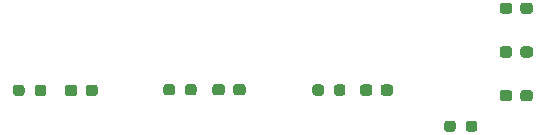
<source format=gbr>
%TF.GenerationSoftware,KiCad,Pcbnew,(5.1.10-1-10_14)*%
%TF.CreationDate,2021-06-08T22:52:33-04:00*%
%TF.ProjectId,TR109-lightboard,54523130-392d-46c6-9967-6874626f6172,rev?*%
%TF.SameCoordinates,Original*%
%TF.FileFunction,Paste,Top*%
%TF.FilePolarity,Positive*%
%FSLAX46Y46*%
G04 Gerber Fmt 4.6, Leading zero omitted, Abs format (unit mm)*
G04 Created by KiCad (PCBNEW (5.1.10-1-10_14)) date 2021-06-08 22:52:33*
%MOMM*%
%LPD*%
G01*
G04 APERTURE LIST*
G04 APERTURE END LIST*
%TO.C,R4*%
G36*
G01*
X164735000Y-105062500D02*
X164735000Y-105537500D01*
G75*
G02*
X164497500Y-105775000I-237500J0D01*
G01*
X163997500Y-105775000D01*
G75*
G02*
X163760000Y-105537500I0J237500D01*
G01*
X163760000Y-105062500D01*
G75*
G02*
X163997500Y-104825000I237500J0D01*
G01*
X164497500Y-104825000D01*
G75*
G02*
X164735000Y-105062500I0J-237500D01*
G01*
G37*
G36*
G01*
X166560000Y-105062500D02*
X166560000Y-105537500D01*
G75*
G02*
X166322500Y-105775000I-237500J0D01*
G01*
X165822500Y-105775000D01*
G75*
G02*
X165585000Y-105537500I0J237500D01*
G01*
X165585000Y-105062500D01*
G75*
G02*
X165822500Y-104825000I237500J0D01*
G01*
X166322500Y-104825000D01*
G75*
G02*
X166560000Y-105062500I0J-237500D01*
G01*
G37*
%TD*%
%TO.C,R3*%
G36*
G01*
X154423300Y-102485200D02*
X154423300Y-102010200D01*
G75*
G02*
X154660800Y-101772700I237500J0D01*
G01*
X155160800Y-101772700D01*
G75*
G02*
X155398300Y-102010200I0J-237500D01*
G01*
X155398300Y-102485200D01*
G75*
G02*
X155160800Y-102722700I-237500J0D01*
G01*
X154660800Y-102722700D01*
G75*
G02*
X154423300Y-102485200I0J237500D01*
G01*
G37*
G36*
G01*
X152598300Y-102485200D02*
X152598300Y-102010200D01*
G75*
G02*
X152835800Y-101772700I237500J0D01*
G01*
X153335800Y-101772700D01*
G75*
G02*
X153573300Y-102010200I0J-237500D01*
G01*
X153573300Y-102485200D01*
G75*
G02*
X153335800Y-102722700I-237500J0D01*
G01*
X152835800Y-102722700D01*
G75*
G02*
X152598300Y-102485200I0J237500D01*
G01*
G37*
%TD*%
%TO.C,R2*%
G36*
G01*
X141814100Y-102447100D02*
X141814100Y-101972100D01*
G75*
G02*
X142051600Y-101734600I237500J0D01*
G01*
X142551600Y-101734600D01*
G75*
G02*
X142789100Y-101972100I0J-237500D01*
G01*
X142789100Y-102447100D01*
G75*
G02*
X142551600Y-102684600I-237500J0D01*
G01*
X142051600Y-102684600D01*
G75*
G02*
X141814100Y-102447100I0J237500D01*
G01*
G37*
G36*
G01*
X139989100Y-102447100D02*
X139989100Y-101972100D01*
G75*
G02*
X140226600Y-101734600I237500J0D01*
G01*
X140726600Y-101734600D01*
G75*
G02*
X140964100Y-101972100I0J-237500D01*
G01*
X140964100Y-102447100D01*
G75*
G02*
X140726600Y-102684600I-237500J0D01*
G01*
X140226600Y-102684600D01*
G75*
G02*
X139989100Y-102447100I0J237500D01*
G01*
G37*
%TD*%
%TO.C,R1*%
G36*
G01*
X129077900Y-102510600D02*
X129077900Y-102035600D01*
G75*
G02*
X129315400Y-101798100I237500J0D01*
G01*
X129815400Y-101798100D01*
G75*
G02*
X130052900Y-102035600I0J-237500D01*
G01*
X130052900Y-102510600D01*
G75*
G02*
X129815400Y-102748100I-237500J0D01*
G01*
X129315400Y-102748100D01*
G75*
G02*
X129077900Y-102510600I0J237500D01*
G01*
G37*
G36*
G01*
X127252900Y-102510600D02*
X127252900Y-102035600D01*
G75*
G02*
X127490400Y-101798100I237500J0D01*
G01*
X127990400Y-101798100D01*
G75*
G02*
X128227900Y-102035600I0J-237500D01*
G01*
X128227900Y-102510600D01*
G75*
G02*
X127990400Y-102748100I-237500J0D01*
G01*
X127490400Y-102748100D01*
G75*
G02*
X127252900Y-102510600I0J237500D01*
G01*
G37*
%TD*%
%TO.C,D6*%
G36*
G01*
X169512500Y-102480100D02*
X169512500Y-102955100D01*
G75*
G02*
X169275000Y-103192600I-237500J0D01*
G01*
X168700000Y-103192600D01*
G75*
G02*
X168462500Y-102955100I0J237500D01*
G01*
X168462500Y-102480100D01*
G75*
G02*
X168700000Y-102242600I237500J0D01*
G01*
X169275000Y-102242600D01*
G75*
G02*
X169512500Y-102480100I0J-237500D01*
G01*
G37*
G36*
G01*
X171262500Y-102480100D02*
X171262500Y-102955100D01*
G75*
G02*
X171025000Y-103192600I-237500J0D01*
G01*
X170450000Y-103192600D01*
G75*
G02*
X170212500Y-102955100I0J237500D01*
G01*
X170212500Y-102480100D01*
G75*
G02*
X170450000Y-102242600I237500J0D01*
G01*
X171025000Y-102242600D01*
G75*
G02*
X171262500Y-102480100I0J-237500D01*
G01*
G37*
%TD*%
%TO.C,D5*%
G36*
G01*
X169512500Y-98784400D02*
X169512500Y-99259400D01*
G75*
G02*
X169275000Y-99496900I-237500J0D01*
G01*
X168700000Y-99496900D01*
G75*
G02*
X168462500Y-99259400I0J237500D01*
G01*
X168462500Y-98784400D01*
G75*
G02*
X168700000Y-98546900I237500J0D01*
G01*
X169275000Y-98546900D01*
G75*
G02*
X169512500Y-98784400I0J-237500D01*
G01*
G37*
G36*
G01*
X171262500Y-98784400D02*
X171262500Y-99259400D01*
G75*
G02*
X171025000Y-99496900I-237500J0D01*
G01*
X170450000Y-99496900D01*
G75*
G02*
X170212500Y-99259400I0J237500D01*
G01*
X170212500Y-98784400D01*
G75*
G02*
X170450000Y-98546900I237500J0D01*
G01*
X171025000Y-98546900D01*
G75*
G02*
X171262500Y-98784400I0J-237500D01*
G01*
G37*
%TD*%
%TO.C,D4*%
G36*
G01*
X169512500Y-95076000D02*
X169512500Y-95551000D01*
G75*
G02*
X169275000Y-95788500I-237500J0D01*
G01*
X168700000Y-95788500D01*
G75*
G02*
X168462500Y-95551000I0J237500D01*
G01*
X168462500Y-95076000D01*
G75*
G02*
X168700000Y-94838500I237500J0D01*
G01*
X169275000Y-94838500D01*
G75*
G02*
X169512500Y-95076000I0J-237500D01*
G01*
G37*
G36*
G01*
X171262500Y-95076000D02*
X171262500Y-95551000D01*
G75*
G02*
X171025000Y-95788500I-237500J0D01*
G01*
X170450000Y-95788500D01*
G75*
G02*
X170212500Y-95551000I0J237500D01*
G01*
X170212500Y-95076000D01*
G75*
G02*
X170450000Y-94838500I237500J0D01*
G01*
X171025000Y-94838500D01*
G75*
G02*
X171262500Y-95076000I0J-237500D01*
G01*
G37*
%TD*%
%TO.C,D3*%
G36*
G01*
X158388800Y-102485200D02*
X158388800Y-102010200D01*
G75*
G02*
X158626300Y-101772700I237500J0D01*
G01*
X159201300Y-101772700D01*
G75*
G02*
X159438800Y-102010200I0J-237500D01*
G01*
X159438800Y-102485200D01*
G75*
G02*
X159201300Y-102722700I-237500J0D01*
G01*
X158626300Y-102722700D01*
G75*
G02*
X158388800Y-102485200I0J237500D01*
G01*
G37*
G36*
G01*
X156638800Y-102485200D02*
X156638800Y-102010200D01*
G75*
G02*
X156876300Y-101772700I237500J0D01*
G01*
X157451300Y-101772700D01*
G75*
G02*
X157688800Y-102010200I0J-237500D01*
G01*
X157688800Y-102485200D01*
G75*
G02*
X157451300Y-102722700I-237500J0D01*
G01*
X156876300Y-102722700D01*
G75*
G02*
X156638800Y-102485200I0J237500D01*
G01*
G37*
%TD*%
%TO.C,D2*%
G36*
G01*
X145892000Y-102447100D02*
X145892000Y-101972100D01*
G75*
G02*
X146129500Y-101734600I237500J0D01*
G01*
X146704500Y-101734600D01*
G75*
G02*
X146942000Y-101972100I0J-237500D01*
G01*
X146942000Y-102447100D01*
G75*
G02*
X146704500Y-102684600I-237500J0D01*
G01*
X146129500Y-102684600D01*
G75*
G02*
X145892000Y-102447100I0J237500D01*
G01*
G37*
G36*
G01*
X144142000Y-102447100D02*
X144142000Y-101972100D01*
G75*
G02*
X144379500Y-101734600I237500J0D01*
G01*
X144954500Y-101734600D01*
G75*
G02*
X145192000Y-101972100I0J-237500D01*
G01*
X145192000Y-102447100D01*
G75*
G02*
X144954500Y-102684600I-237500J0D01*
G01*
X144379500Y-102684600D01*
G75*
G02*
X144142000Y-102447100I0J237500D01*
G01*
G37*
%TD*%
%TO.C,D1*%
G36*
G01*
X133395200Y-102510600D02*
X133395200Y-102035600D01*
G75*
G02*
X133632700Y-101798100I237500J0D01*
G01*
X134207700Y-101798100D01*
G75*
G02*
X134445200Y-102035600I0J-237500D01*
G01*
X134445200Y-102510600D01*
G75*
G02*
X134207700Y-102748100I-237500J0D01*
G01*
X133632700Y-102748100D01*
G75*
G02*
X133395200Y-102510600I0J237500D01*
G01*
G37*
G36*
G01*
X131645200Y-102510600D02*
X131645200Y-102035600D01*
G75*
G02*
X131882700Y-101798100I237500J0D01*
G01*
X132457700Y-101798100D01*
G75*
G02*
X132695200Y-102035600I0J-237500D01*
G01*
X132695200Y-102510600D01*
G75*
G02*
X132457700Y-102748100I-237500J0D01*
G01*
X131882700Y-102748100D01*
G75*
G02*
X131645200Y-102510600I0J237500D01*
G01*
G37*
%TD*%
M02*

</source>
